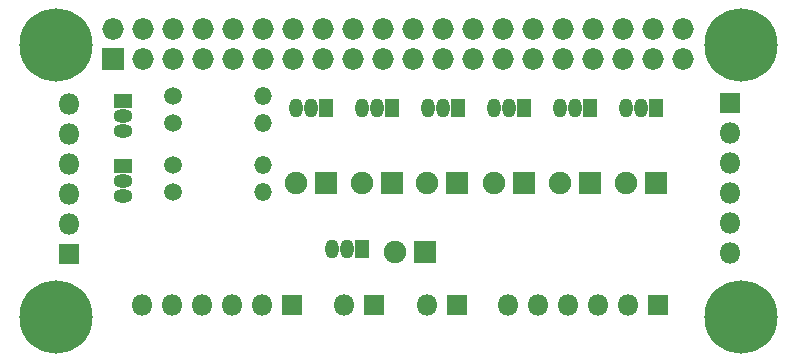
<source format=gts>
G04 #@! TF.GenerationSoftware,KiCad,Pcbnew,(5.1.5)-3*
G04 #@! TF.CreationDate,2020-03-03T17:02:05-05:00*
G04 #@! TF.ProjectId,RPi_Zero_pHat_Template,5250695f-5a65-4726-9f5f-704861745f54,rev?*
G04 #@! TF.SameCoordinates,Original*
G04 #@! TF.FileFunction,Soldermask,Top*
G04 #@! TF.FilePolarity,Negative*
%FSLAX46Y46*%
G04 Gerber Fmt 4.6, Leading zero omitted, Abs format (unit mm)*
G04 Created by KiCad (PCBNEW (5.1.5)-3) date 2020-03-03 17:02:05*
%MOMM*%
%LPD*%
G04 APERTURE LIST*
%ADD10R,1.601600X1.151600*%
%ADD11O,1.601600X1.151600*%
%ADD12R,1.151600X1.601600*%
%ADD13O,1.151600X1.601600*%
%ADD14O,1.801600X1.801600*%
%ADD15R,1.801600X1.801600*%
%ADD16C,1.501600*%
%ADD17O,1.501600X1.501600*%
%ADD18O,1.828800X1.828800*%
%ADD19R,1.828800X1.828800*%
%ADD20C,1.901600*%
%ADD21R,1.901600X1.901600*%
%ADD22C,6.200000*%
G04 APERTURE END LIST*
D10*
X21932900Y-26502360D03*
D11*
X21932900Y-29042360D03*
X21932900Y-27772360D03*
D12*
X61468000Y-21590000D03*
D13*
X58928000Y-21590000D03*
X60198000Y-21590000D03*
D14*
X23548920Y-38249960D03*
X26088920Y-38249960D03*
X28628920Y-38249960D03*
X31168920Y-38249960D03*
X33708920Y-38249960D03*
D15*
X36248920Y-38249960D03*
D14*
X17343120Y-21219160D03*
X17343120Y-23759160D03*
X17343120Y-26299160D03*
X17343120Y-28839160D03*
X17343120Y-31379160D03*
D15*
X17343120Y-33919160D03*
D14*
X73322180Y-33886140D03*
X73322180Y-31346140D03*
X73322180Y-28806140D03*
X73322180Y-26266140D03*
X73322180Y-23726140D03*
D15*
X73322180Y-21186140D03*
D14*
X47708920Y-38249960D03*
D15*
X50248920Y-38249960D03*
D14*
X54548920Y-38249960D03*
X57088920Y-38249960D03*
X59628920Y-38249960D03*
X62168920Y-38249960D03*
X64708920Y-38249960D03*
D15*
X67248920Y-38249960D03*
D14*
X40708920Y-38249960D03*
D15*
X43248920Y-38249960D03*
D16*
X26162000Y-20574000D03*
D17*
X33782000Y-20574000D03*
X33782000Y-22860000D03*
D16*
X26162000Y-22860000D03*
X26162000Y-26416000D03*
D17*
X33782000Y-26416000D03*
X33782000Y-28702000D03*
D16*
X26162000Y-28702000D03*
D10*
X21958300Y-20965160D03*
D11*
X21958300Y-23505160D03*
X21958300Y-22235160D03*
D12*
X67056000Y-21590000D03*
D13*
X64516000Y-21590000D03*
X65786000Y-21590000D03*
D12*
X55880000Y-21590000D03*
D13*
X53340000Y-21590000D03*
X54610000Y-21590000D03*
D12*
X50292000Y-21590000D03*
D13*
X47752000Y-21590000D03*
X49022000Y-21590000D03*
D12*
X44704000Y-21590000D03*
D13*
X42164000Y-21590000D03*
X43434000Y-21590000D03*
D12*
X39116000Y-21590000D03*
D13*
X36576000Y-21590000D03*
X37846000Y-21590000D03*
D12*
X42164000Y-33528000D03*
D13*
X39624000Y-33528000D03*
X40894000Y-33528000D03*
D18*
X69336920Y-14919960D03*
X69336920Y-17459960D03*
X66796920Y-14919960D03*
X66796920Y-17459960D03*
X64256920Y-14919960D03*
X64256920Y-17459960D03*
X61716920Y-14919960D03*
X61716920Y-17459960D03*
X59176920Y-14919960D03*
X59176920Y-17459960D03*
X56636920Y-14919960D03*
X56636920Y-17459960D03*
X54096920Y-14919960D03*
X54096920Y-17459960D03*
X51556920Y-14919960D03*
X51556920Y-17459960D03*
X49016920Y-14919960D03*
X49016920Y-17459960D03*
X46476920Y-14919960D03*
X46476920Y-17459960D03*
X43936920Y-14919960D03*
X43936920Y-17459960D03*
X41396920Y-14919960D03*
X41396920Y-17459960D03*
X38856920Y-14919960D03*
X38856920Y-17459960D03*
X36316920Y-14919960D03*
X36316920Y-17459960D03*
X33776920Y-14919960D03*
X33776920Y-17459960D03*
X31236920Y-14919960D03*
X31236920Y-17459960D03*
X28696920Y-14919960D03*
X28696920Y-17459960D03*
X26156920Y-14919960D03*
X26156920Y-17459960D03*
X23616920Y-14919960D03*
X23616920Y-17459960D03*
X21076920Y-14919960D03*
D19*
X21076920Y-17459960D03*
D20*
X64516000Y-27940000D03*
D21*
X67056000Y-27940000D03*
D20*
X58928000Y-27940000D03*
D21*
X61468000Y-27940000D03*
D20*
X53340000Y-27940000D03*
D21*
X55880000Y-27940000D03*
D20*
X47711360Y-27940000D03*
D21*
X50251360Y-27940000D03*
D20*
X42164000Y-27940000D03*
D21*
X44704000Y-27940000D03*
D20*
X36576000Y-27940000D03*
D21*
X39116000Y-27940000D03*
D20*
X44958000Y-33782000D03*
D21*
X47498000Y-33782000D03*
D22*
X16248920Y-39249960D03*
X74298920Y-16249960D03*
X74248920Y-39249960D03*
X16248920Y-16249960D03*
M02*

</source>
